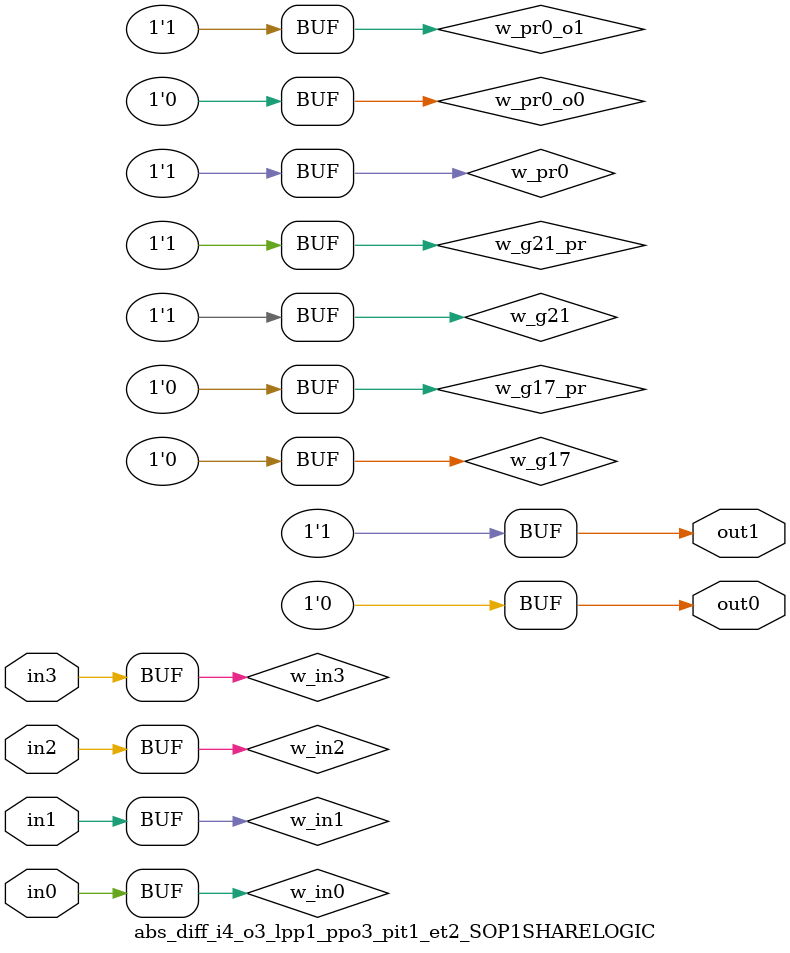
<source format=v>
module abs_diff_i4_o3_lpp1_ppo3_pit1_et2_SOP1SHARELOGIC (in0, in1, in2, in3, out0, out1);
// declaring inputs
input in0,  in1,  in2,  in3;
// declaring outputs
output out0,  out1;
// JSON model input
wire w_in3, w_in2, w_in1, w_in0;
// JSON model output
wire w_g17, w_g21;
//json model
wire w_g17_pr, w_g21_pr, w_pr0_o0, w_pr0_o1, w_pr0;
// JSON model input assign
assign w_in3 = in3;
assign w_in2 = in2;
assign w_in1 = in1;
assign w_in0 = in0;

//json model assigns (approximated Shared/XPAT part)
//assign literals to products
assign w_pr0 = 1;
//if a product has literals and if the product is being "activated" for that output
assign w_pr0_o0 = w_pr0 & 0;
assign w_pr0_o1 = w_pr0 & 1;
//compose an output with corresponding products (OR)
assign w_g17 = w_pr0_o0;
assign w_g21 = w_pr0_o1;
//if an output has products and if it is part of the JSON model
assign w_g17_pr = w_g17 & 0;
assign w_g21_pr = w_g21 & 1;
// output assigns
assign out0 = w_g17_pr;
assign out1 = w_g21_pr;
endmodule
</source>
